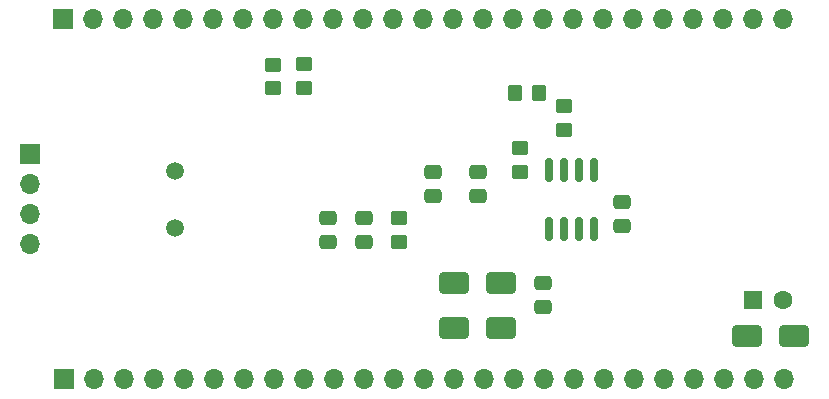
<source format=gbr>
%TF.GenerationSoftware,KiCad,Pcbnew,7.0.9*%
%TF.CreationDate,2024-03-04T14:19:55-03:00*%
%TF.ProjectId,CPU Stm32G431,43505520-5374-46d3-9332-473433312e6b,rev?*%
%TF.SameCoordinates,Original*%
%TF.FileFunction,Soldermask,Bot*%
%TF.FilePolarity,Negative*%
%FSLAX46Y46*%
G04 Gerber Fmt 4.6, Leading zero omitted, Abs format (unit mm)*
G04 Created by KiCad (PCBNEW 7.0.9) date 2024-03-04 14:19:55*
%MOMM*%
%LPD*%
G01*
G04 APERTURE LIST*
G04 Aperture macros list*
%AMRoundRect*
0 Rectangle with rounded corners*
0 $1 Rounding radius*
0 $2 $3 $4 $5 $6 $7 $8 $9 X,Y pos of 4 corners*
0 Add a 4 corners polygon primitive as box body*
4,1,4,$2,$3,$4,$5,$6,$7,$8,$9,$2,$3,0*
0 Add four circle primitives for the rounded corners*
1,1,$1+$1,$2,$3*
1,1,$1+$1,$4,$5*
1,1,$1+$1,$6,$7*
1,1,$1+$1,$8,$9*
0 Add four rect primitives between the rounded corners*
20,1,$1+$1,$2,$3,$4,$5,0*
20,1,$1+$1,$4,$5,$6,$7,0*
20,1,$1+$1,$6,$7,$8,$9,0*
20,1,$1+$1,$8,$9,$2,$3,0*%
G04 Aperture macros list end*
%ADD10R,1.600000X1.600000*%
%ADD11C,1.600000*%
%ADD12C,1.500000*%
%ADD13R,1.700000X1.700000*%
%ADD14O,1.700000X1.700000*%
%ADD15RoundRect,0.250000X-0.475000X0.337500X-0.475000X-0.337500X0.475000X-0.337500X0.475000X0.337500X0*%
%ADD16RoundRect,0.250000X-1.000000X-0.650000X1.000000X-0.650000X1.000000X0.650000X-1.000000X0.650000X0*%
%ADD17RoundRect,0.150000X0.150000X-0.825000X0.150000X0.825000X-0.150000X0.825000X-0.150000X-0.825000X0*%
%ADD18RoundRect,0.250000X-0.450000X0.350000X-0.450000X-0.350000X0.450000X-0.350000X0.450000X0.350000X0*%
%ADD19RoundRect,0.250000X0.475000X-0.337500X0.475000X0.337500X-0.475000X0.337500X-0.475000X-0.337500X0*%
%ADD20RoundRect,0.250000X1.000000X0.650000X-1.000000X0.650000X-1.000000X-0.650000X1.000000X-0.650000X0*%
%ADD21RoundRect,0.250000X0.450000X-0.350000X0.450000X0.350000X-0.450000X0.350000X-0.450000X-0.350000X0*%
%ADD22RoundRect,0.250000X0.350000X0.450000X-0.350000X0.450000X-0.350000X-0.450000X0.350000X-0.450000X0*%
G04 APERTURE END LIST*
D10*
%TO.C,C5*%
X177774888Y-112970000D03*
D11*
X180274888Y-112970000D03*
%TD*%
D12*
%TO.C,Y1*%
X128760000Y-106870000D03*
X128760000Y-101990000D03*
%TD*%
D13*
%TO.C,J1*%
X116505000Y-100620000D03*
D14*
X116505000Y-103160000D03*
X116505000Y-105700000D03*
X116505000Y-108240000D03*
%TD*%
D15*
%TO.C,C11*%
X144780000Y-105982500D03*
X144780000Y-108057500D03*
%TD*%
D16*
%TO.C,D1*%
X152380000Y-111520000D03*
X156380000Y-111520000D03*
%TD*%
D17*
%TO.C,U3*%
X164285000Y-106895000D03*
X163015000Y-106895000D03*
X161745000Y-106895000D03*
X160475000Y-106895000D03*
X160475000Y-101945000D03*
X161745000Y-101945000D03*
X163015000Y-101945000D03*
X164285000Y-101945000D03*
%TD*%
D18*
%TO.C,R4*%
X137080000Y-93020000D03*
X137080000Y-95020000D03*
%TD*%
D19*
%TO.C,C12*%
X150680000Y-104157500D03*
X150680000Y-102082500D03*
%TD*%
D13*
%TO.C,J2*%
X119370000Y-119670000D03*
D14*
X121910000Y-119670000D03*
X124450000Y-119670000D03*
X126990000Y-119670000D03*
X129530000Y-119670000D03*
X132070000Y-119670000D03*
X134610000Y-119670000D03*
X137150000Y-119670000D03*
X139690000Y-119670000D03*
X142230000Y-119670000D03*
X144770000Y-119670000D03*
X147310000Y-119670000D03*
X149850000Y-119670000D03*
X152390000Y-119670000D03*
X154930000Y-119670000D03*
X157470000Y-119670000D03*
X160010000Y-119670000D03*
X162550000Y-119670000D03*
X165090000Y-119670000D03*
X167630000Y-119670000D03*
X170170000Y-119670000D03*
X172710000Y-119670000D03*
X175250000Y-119670000D03*
X177790000Y-119670000D03*
X180330000Y-119670000D03*
%TD*%
D16*
%TO.C,D2*%
X152380000Y-115320000D03*
X156380000Y-115320000D03*
%TD*%
D19*
%TO.C,C9*%
X159980000Y-113557500D03*
X159980000Y-111482500D03*
%TD*%
D13*
%TO.C,J3*%
X119340000Y-89190000D03*
D14*
X121880000Y-89190000D03*
X124420000Y-89190000D03*
X126960000Y-89190000D03*
X129500000Y-89190000D03*
X132040000Y-89190000D03*
X134580000Y-89190000D03*
X137120000Y-89190000D03*
X139660000Y-89190000D03*
X142200000Y-89190000D03*
X144740000Y-89190000D03*
X147280000Y-89190000D03*
X149820000Y-89190000D03*
X152360000Y-89190000D03*
X154900000Y-89190000D03*
X157440000Y-89190000D03*
X159980000Y-89190000D03*
X162520000Y-89190000D03*
X165060000Y-89190000D03*
X167600000Y-89190000D03*
X170140000Y-89190000D03*
X172680000Y-89190000D03*
X175220000Y-89190000D03*
X177760000Y-89190000D03*
X180300000Y-89190000D03*
%TD*%
D19*
%TO.C,C17*%
X166680000Y-106695000D03*
X166680000Y-104620000D03*
%TD*%
D18*
%TO.C,R7*%
X158020000Y-100095000D03*
X158020000Y-102095000D03*
%TD*%
D19*
%TO.C,C16*%
X141780000Y-108057500D03*
X141780000Y-105982500D03*
%TD*%
D20*
%TO.C,D5*%
X181240000Y-115970000D03*
X177240000Y-115970000D03*
%TD*%
D18*
%TO.C,R5*%
X139680000Y-92980000D03*
X139680000Y-94980000D03*
%TD*%
D21*
%TO.C,R6*%
X161720000Y-98545000D03*
X161720000Y-96545000D03*
%TD*%
D19*
%TO.C,C13*%
X154480000Y-104157500D03*
X154480000Y-102082500D03*
%TD*%
D22*
%TO.C,R2*%
X159580000Y-95420000D03*
X157580000Y-95420000D03*
%TD*%
D21*
%TO.C,R1*%
X147780000Y-108020000D03*
X147780000Y-106020000D03*
%TD*%
M02*

</source>
